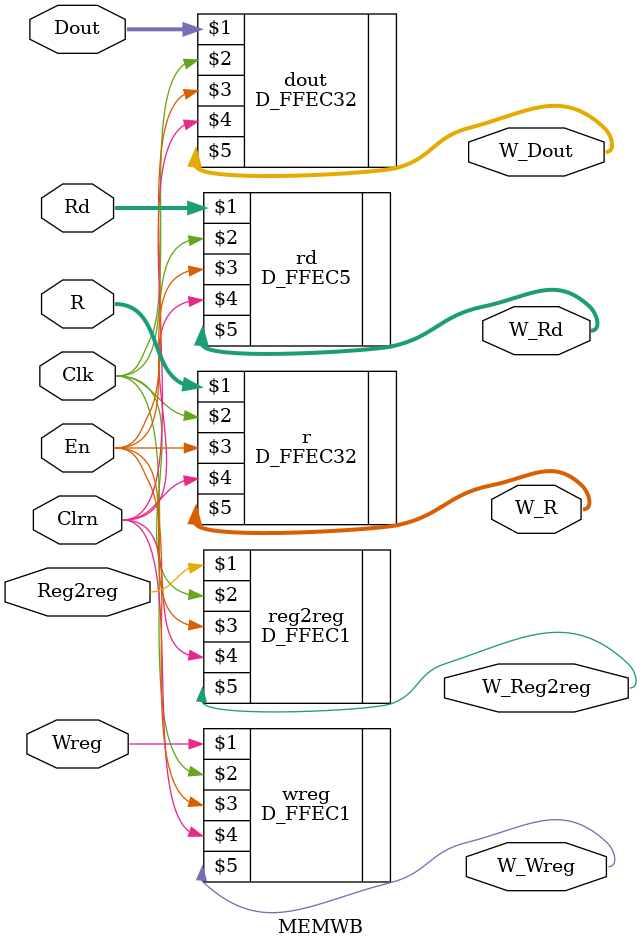
<source format=v>
`timescale 1ns / 1ps


module MEMWB(Wreg,Reg2reg,R,Dout,Rd,Clk,En,Clrn,W_Wreg,W_Reg2reg,W_R,W_Dout,W_Rd);
input Wreg,Reg2reg,Clk,En,Clrn;
input [4:0]Rd;
input [31:0]R,Dout;
output W_Wreg,W_Reg2reg;
output [4:0]W_Rd;
output [31:0]W_R,W_Dout;
D_FFEC1 wreg(Wreg,Clk,En,Clrn,W_Wreg);
D_FFEC1 reg2reg(Reg2reg,Clk,En,Clrn,W_Reg2reg);
D_FFEC5 rd(Rd,Clk,En,Clrn,W_Rd);
D_FFEC32 r(R,Clk,En,Clrn,W_R);
D_FFEC32 dout(Dout,Clk,En,Clrn,W_Dout);
endmodule

</source>
